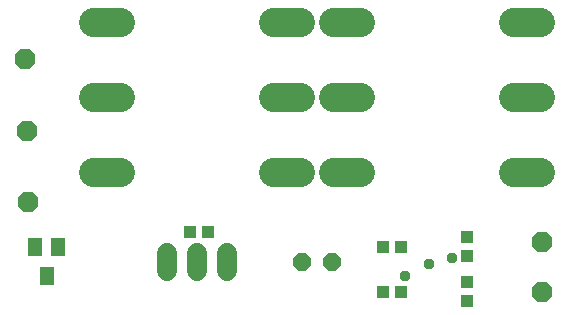
<source format=gbr>
G04 EAGLE Gerber RS-274X export*
G75*
%MOMM*%
%FSLAX34Y34*%
%LPD*%
%INSoldermask Top*%
%IPPOS*%
%AMOC8*
5,1,8,0,0,1.08239X$1,22.5*%
G01*
%ADD10P,1.649562X8X202.500000*%
%ADD11R,1.003200X1.103200*%
%ADD12P,1.869504X8X22.500000*%
%ADD13C,1.727200*%
%ADD14R,1.003200X1.003200*%
%ADD15R,1.203200X1.603200*%
%ADD16C,2.451100*%
%ADD17C,0.959600*%


D10*
X342900Y441800D03*
X317500Y441800D03*
D11*
X457200Y462438D03*
X457200Y446562D03*
X457200Y424338D03*
X457200Y408462D03*
D12*
X520700Y458310D03*
X520700Y416400D03*
D13*
X254000Y434180D02*
X254000Y449420D01*
X228600Y449420D02*
X228600Y434180D01*
X203200Y434180D02*
X203200Y449420D01*
D14*
X386080Y416400D03*
X401320Y416400D03*
X222980Y466900D03*
X238220Y466900D03*
X386080Y454500D03*
X401320Y454500D03*
D15*
X111100Y453800D03*
X101600Y429800D03*
X92100Y453800D03*
D16*
X293561Y645000D02*
X316040Y645000D01*
X163640Y645000D02*
X141161Y645000D01*
X496761Y645000D02*
X519240Y645000D01*
X366840Y645000D02*
X344361Y645000D01*
X316040Y581500D02*
X293561Y581500D01*
X163640Y581500D02*
X141161Y581500D01*
X496761Y581500D02*
X519240Y581500D01*
X366840Y581500D02*
X344361Y581500D01*
X316040Y518000D02*
X293561Y518000D01*
X163640Y518000D02*
X141161Y518000D01*
X496761Y518000D02*
X519240Y518000D01*
X366840Y518000D02*
X344361Y518000D01*
D12*
X83000Y613000D03*
X85000Y552000D03*
X86000Y492000D03*
D17*
X405000Y430000D03*
X425000Y440000D03*
X445000Y445000D03*
M02*

</source>
